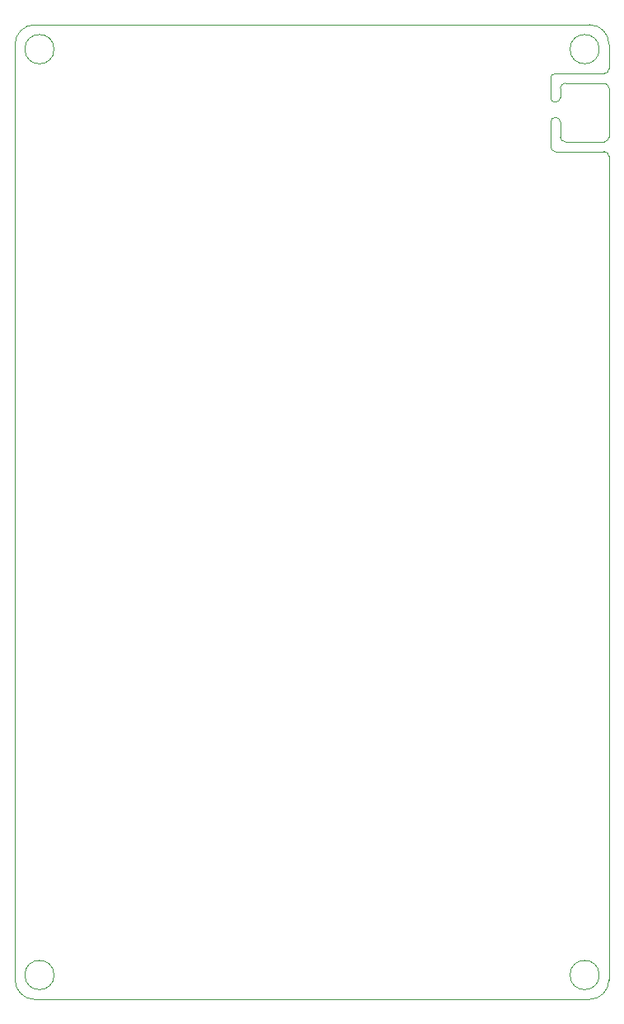
<source format=gbr>
G04 #@! TF.GenerationSoftware,KiCad,Pcbnew,(6.0.5)*
G04 #@! TF.CreationDate,2022-05-13T10:55:27+02:00*
G04 #@! TF.ProjectId,ruche,72756368-652e-46b6-9963-61645f706362,rev?*
G04 #@! TF.SameCoordinates,Original*
G04 #@! TF.FileFunction,Profile,NP*
%FSLAX46Y46*%
G04 Gerber Fmt 4.6, Leading zero omitted, Abs format (unit mm)*
G04 Created by KiCad (PCBNEW (6.0.5)) date 2022-05-13 10:55:27*
%MOMM*%
%LPD*%
G01*
G04 APERTURE LIST*
G04 #@! TA.AperFunction,Profile*
%ADD10C,0.050000*%
G04 #@! TD*
G04 APERTURE END LIST*
D10*
X98500000Y-169110000D02*
X155500000Y-169110000D01*
X157500000Y-80610000D02*
X157500000Y-75610000D01*
X157500000Y-71100000D02*
G75*
G03*
X155500000Y-69100000I-2000000J0D01*
G01*
X96500000Y-80390000D02*
X96500000Y-167110000D01*
X152500000Y-76560000D02*
X152500000Y-75610000D01*
X157000000Y-81110000D02*
G75*
G03*
X157500000Y-80610000I0J500000D01*
G01*
X153000000Y-81110000D02*
X157000000Y-81110000D01*
X156500000Y-71610000D02*
G75*
G03*
X156500000Y-71610000I-1500000J0D01*
G01*
X157000000Y-74110000D02*
X152000000Y-74110000D01*
X98500000Y-69110000D02*
X125900000Y-69100000D01*
X157500000Y-75610000D02*
G75*
G03*
X157000000Y-75110000I-500000J0D01*
G01*
X152000000Y-74110000D02*
G75*
G03*
X151500000Y-74610000I0J-500000D01*
G01*
X152500000Y-79110000D02*
G75*
G03*
X151500000Y-79110000I-500000J0D01*
G01*
X100500000Y-166610000D02*
G75*
G03*
X100500000Y-166610000I-1500000J0D01*
G01*
X157000000Y-82110000D02*
X152000000Y-82110000D01*
X155500000Y-69100000D02*
X125900000Y-69100000D01*
X151500000Y-81610000D02*
X151500000Y-79110000D01*
X152500000Y-79110000D02*
X152500000Y-80610000D01*
X152500000Y-80610000D02*
G75*
G03*
X153000000Y-81110000I500000J0D01*
G01*
X98500000Y-69110000D02*
G75*
G03*
X96500000Y-71110000I0J-2000000D01*
G01*
X155500000Y-169110000D02*
G75*
G03*
X157500000Y-167110000I0J2000000D01*
G01*
X151500000Y-81610000D02*
G75*
G03*
X152000000Y-82110000I500000J0D01*
G01*
X96500000Y-167110000D02*
G75*
G03*
X98500000Y-169110000I2000000J0D01*
G01*
X157500000Y-82610000D02*
G75*
G03*
X157000000Y-82110000I-500000J0D01*
G01*
X156500000Y-166610000D02*
G75*
G03*
X156500000Y-166610000I-1500000J0D01*
G01*
X153000000Y-75110000D02*
X157000000Y-75110000D01*
X157500000Y-73610000D02*
X157500000Y-71100000D01*
X153000000Y-75110000D02*
G75*
G03*
X152500000Y-75610000I0J-500000D01*
G01*
X151500000Y-74610000D02*
X151500000Y-76560000D01*
X157000000Y-74110000D02*
G75*
G03*
X157500000Y-73610000I0J500000D01*
G01*
X96500000Y-80390000D02*
X96500000Y-71110000D01*
X151500000Y-76560000D02*
G75*
G03*
X152500000Y-76560000I500000J0D01*
G01*
X157500000Y-167110000D02*
X157500000Y-82610000D01*
X100500000Y-71610000D02*
G75*
G03*
X100500000Y-71610000I-1500000J0D01*
G01*
M02*

</source>
